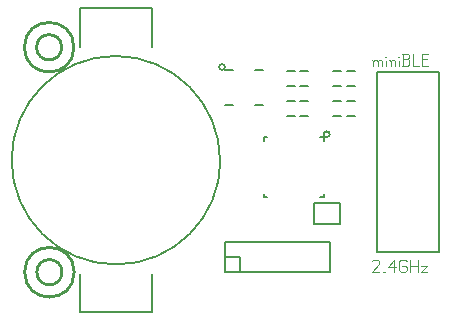
<source format=gbr>
G04 start of page 8 for group -4079 idx -4079 *
G04 Title: (unknown), topsilk *
G04 Creator: pcb 20140316 *
G04 CreationDate: Mon Oct 20 11:42:40 2014 UTC *
G04 For: clemi *
G04 Format: Gerber/RS-274X *
G04 PCB-Dimensions (mil): 1470.00 1065.00 *
G04 PCB-Coordinate-Origin: lower left *
%MOIN*%
%FSLAX25Y25*%
%LNTOPSILK*%
%ADD77C,0.0100*%
%ADD76C,0.0059*%
%ADD75C,0.0061*%
%ADD74C,0.0050*%
%ADD73C,0.0040*%
%ADD72C,0.0060*%
G54D72*X3000Y53400D02*G75*G03X37800Y18600I34800J0D01*G01*
G75*G03X72600Y53400I0J34800D01*G01*
X72500Y53100D02*G75*G03X37500Y88100I-35000J0D01*G01*
X3000Y53400D02*G75*G02X37700Y88100I34700J0D01*G01*
G54D73*X123100Y19700D02*X123600Y20200D01*
X125100D01*
X125600Y19700D01*
Y18700D01*
X123100Y16200D02*X125600Y18700D01*
X123100Y16200D02*X125600D01*
X126800D02*X127300D01*
X128500Y17700D02*X130500Y20200D01*
X128500Y17700D02*X131000D01*
X130500Y20200D02*Y16200D01*
X134200Y20200D02*X134700Y19700D01*
X132700Y20200D02*X134200D01*
X132200Y19700D02*X132700Y20200D01*
X132200Y19700D02*Y16700D01*
X132700Y16200D01*
X134200D01*
X134700Y16700D01*
Y17700D02*Y16700D01*
X134200Y18200D02*X134700Y17700D01*
X133200Y18200D02*X134200D01*
X135900Y20200D02*Y16200D01*
X138400Y20200D02*Y16200D01*
X135900Y18200D02*X138400D01*
X139600D02*X141600D01*
X139600Y16200D02*X141600Y18200D01*
X139600Y16200D02*X141600D01*
X123600Y86400D02*Y84900D01*
Y86400D02*X124100Y86900D01*
X124600D01*
X125100Y86400D01*
Y84900D01*
Y86400D02*X125600Y86900D01*
X126100D01*
X126600Y86400D01*
Y84900D01*
X123100Y86900D02*X123600Y86400D01*
G54D74*X127800Y87900D02*Y87800D01*
G54D73*Y86400D02*Y84900D01*
X129300Y86400D02*Y84900D01*
Y86400D02*X129800Y86900D01*
X130300D01*
X130800Y86400D01*
Y84900D01*
X128800Y86900D02*X129300Y86400D01*
G54D74*X132000Y87900D02*Y87800D01*
G54D73*Y86400D02*Y84900D01*
X133000D02*X135000D01*
X135500Y85400D01*
Y86600D02*Y85400D01*
X135000Y87100D02*X135500Y86600D01*
X133500Y87100D02*X135000D01*
X133500Y88900D02*Y84900D01*
X133000Y88900D02*X135000D01*
X135500Y88400D01*
Y87600D01*
X135000Y87100D02*X135500Y87600D01*
X136700Y88900D02*Y84900D01*
X138700D01*
X139900Y87100D02*X141400D01*
X139900Y84900D02*X141900D01*
X139900Y88900D02*Y84900D01*
Y88900D02*X141900D01*
G54D75*X112331Y39043D02*Y31957D01*
X103669Y39043D02*Y31957D01*
Y39043D02*X112331D01*
X103669Y31957D02*X112331D01*
G54D76*X109000Y26000D02*Y16000D01*
X74000D02*X109000D01*
X74000Y26000D02*Y16000D01*
Y26000D02*X109000D01*
X74000Y21000D02*Y16000D01*
Y21000D02*X79000D01*
Y16000D01*
X74000D02*X79000D01*
X124823Y82740D02*X145295D01*
Y22898D01*
X124823D02*X145295D01*
X124823Y82740D02*Y22898D01*
G54D75*X105799Y61039D02*X107039D01*
Y59799D01*
X86961Y61039D02*X88201D01*
X86961D02*Y59799D01*
X107039Y42201D02*Y40961D01*
X105799D02*X107039D01*
X86961Y42201D02*Y40961D01*
X88201D01*
X108024Y63008D02*G75*G03X108024Y63008I0J-984D01*G01*
X74102Y83406D02*Y83248D01*
Y83406D02*X76720D01*
X74102Y71752D02*Y71594D01*
X76720D01*
X84280Y83406D02*X86898D01*
Y83248D01*
X84280Y71594D02*X86898D01*
Y71752D02*Y71594D01*
X72134Y84390D02*G75*G03X72134Y84390I984J0D01*G01*
G54D76*X114642Y77921D02*X117358D01*
X114642Y82921D02*X117358D01*
X110142D02*X112858D01*
X110142Y72921D02*X112858D01*
X110142Y77921D02*X112858D01*
X114642Y72921D02*X117358D01*
X94642Y67921D02*X97358D01*
X99142D02*X101858D01*
X110142D02*X112858D01*
X114642D02*X117358D01*
X94642Y72921D02*X97358D01*
X99142D02*X101858D01*
X99142Y82921D02*X101858D01*
X94642D02*X97358D01*
X94642Y77921D02*X97358D01*
X99142D02*X101858D01*
G54D77*X11300Y91000D02*G75*G03X11300Y91000I4200J0D01*G01*
X7232Y91000D02*G75*G03X7232Y91000I8268J0D01*G01*
G54D76*X25931Y15544D02*Y2591D01*
X49869D01*
Y15544D02*Y2591D01*
X25931Y104009D02*Y91056D01*
Y104009D02*X49869D01*
Y91056D01*
G54D77*X11400Y16000D02*G75*G03X11400Y16000I4200J0D01*G01*
X7332D02*G75*G03X7332Y16000I8268J0D01*G01*
M02*

</source>
